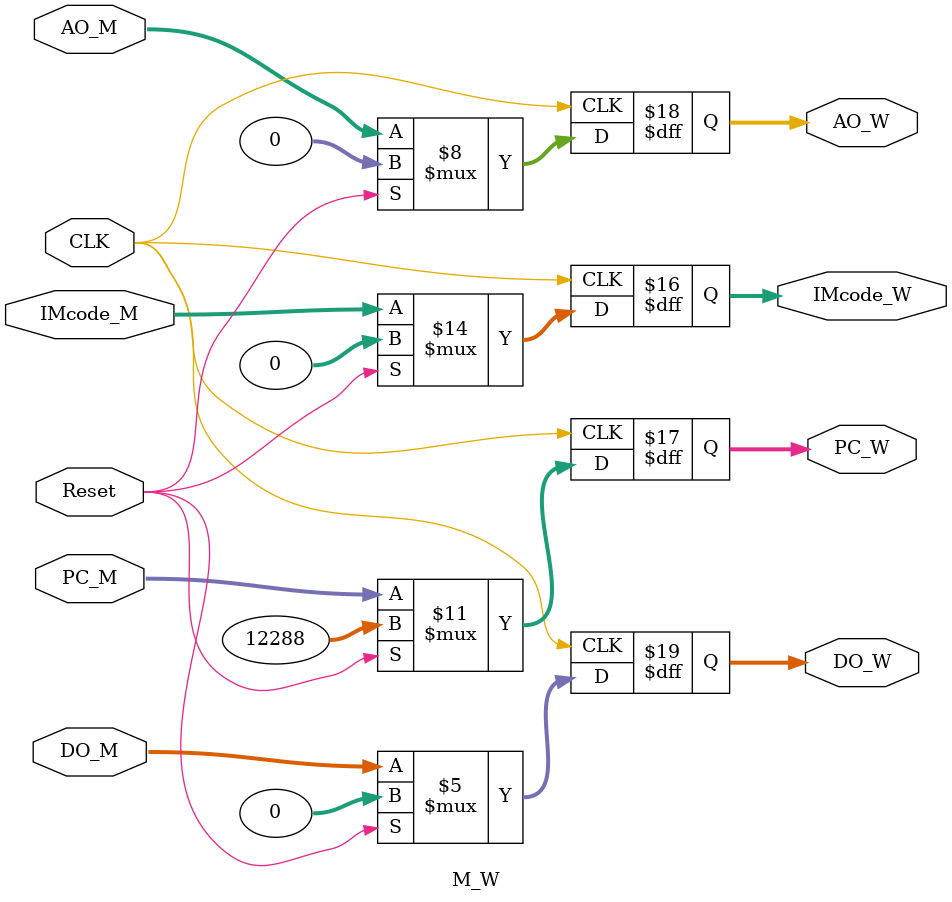
<source format=v>
`timescale 1ns / 1ps
module M_W(
    input [31:0] IMcode_M,
    input [31:0] PC_M,
    input [31:0] AO_M,
    input [31:0] DO_M,
	 input CLK,
	 input Reset,
    output reg [31:0] IMcode_W,
    output reg [31:0] PC_W,
    output reg [31:0] AO_W,
    output reg [31:0] DO_W
    );
	 initial begin
		 IMcode_W = 0;
		 PC_W = 32'h3000;
		 AO_W = 0;
		 DO_W = 0;
	 end
	 always @(posedge CLK)begin
		 if(Reset==1)begin
			 IMcode_W = 0;
			 PC_W = 32'h3000;
			 AO_W = 0;
			 DO_W = 0;
		 end
		 else begin
			 IMcode_W = IMcode_M;
			 PC_W = PC_M;
			 AO_W = AO_M;
			 DO_W = DO_M;
		 end
	 end


endmodule

</source>
